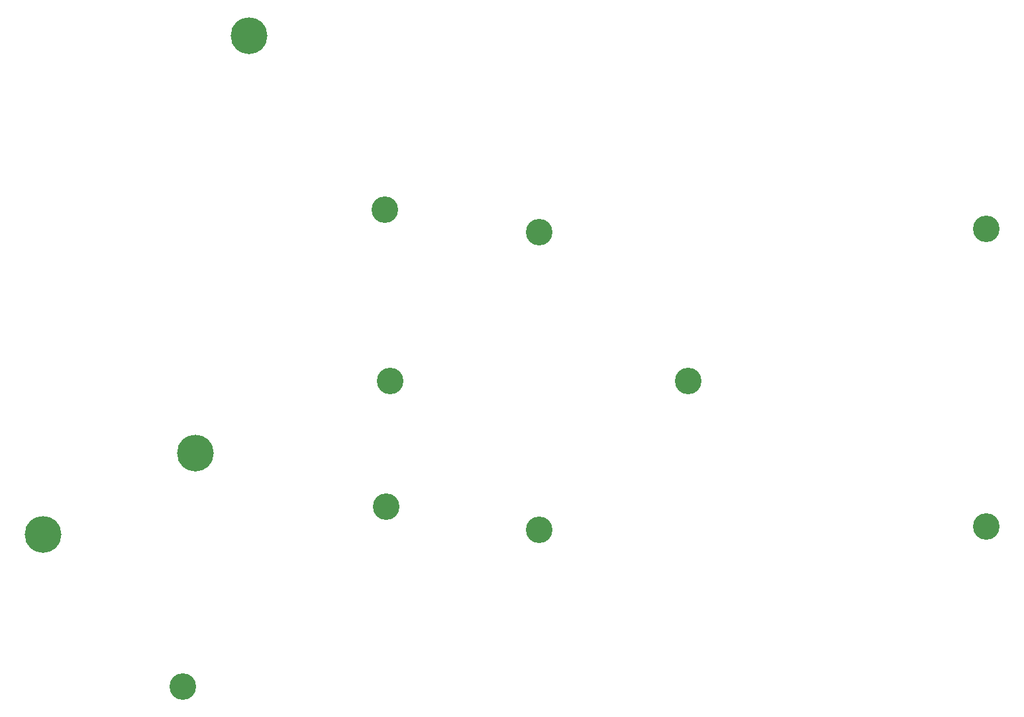
<source format=gbr>
%TF.GenerationSoftware,KiCad,Pcbnew,7.0.5-0*%
%TF.CreationDate,2024-02-11T16:38:14-08:00*%
%TF.ProjectId,Sofle_Pico_Top_Plate,536f666c-655f-4506-9963-6f5f546f705f,3.5.5*%
%TF.SameCoordinates,Original*%
%TF.FileFunction,Soldermask,Bot*%
%TF.FilePolarity,Negative*%
%FSLAX46Y46*%
G04 Gerber Fmt 4.6, Leading zero omitted, Abs format (unit mm)*
G04 Created by KiCad (PCBNEW 7.0.5-0) date 2024-02-11 16:38:14*
%MOMM*%
%LPD*%
G01*
G04 APERTURE LIST*
%ADD10C,4.700000*%
%ADD11C,3.400000*%
G04 APERTURE END LIST*
D10*
%TO.C,TH2*%
X103135000Y-97115000D03*
%TD*%
%TO.C,TH1*%
X83644033Y-107525000D03*
%TD*%
D11*
%TO.C,TH8*%
X101560000Y-126980000D03*
%TD*%
%TO.C,TH3*%
X127410000Y-65960000D03*
%TD*%
%TO.C,TH6*%
X204245000Y-106475000D03*
%TD*%
%TO.C,TH5*%
X127500000Y-103910000D03*
%TD*%
%TO.C,TH4*%
X204260000Y-68360000D03*
%TD*%
%TO.C,REF\u002A\u002A*%
X128070000Y-87895000D03*
X147120000Y-68845000D03*
X147120000Y-106945000D03*
X166170000Y-87895000D03*
%TD*%
D10*
%TO.C,TH7*%
X110005000Y-43642432D03*
%TD*%
M02*

</source>
